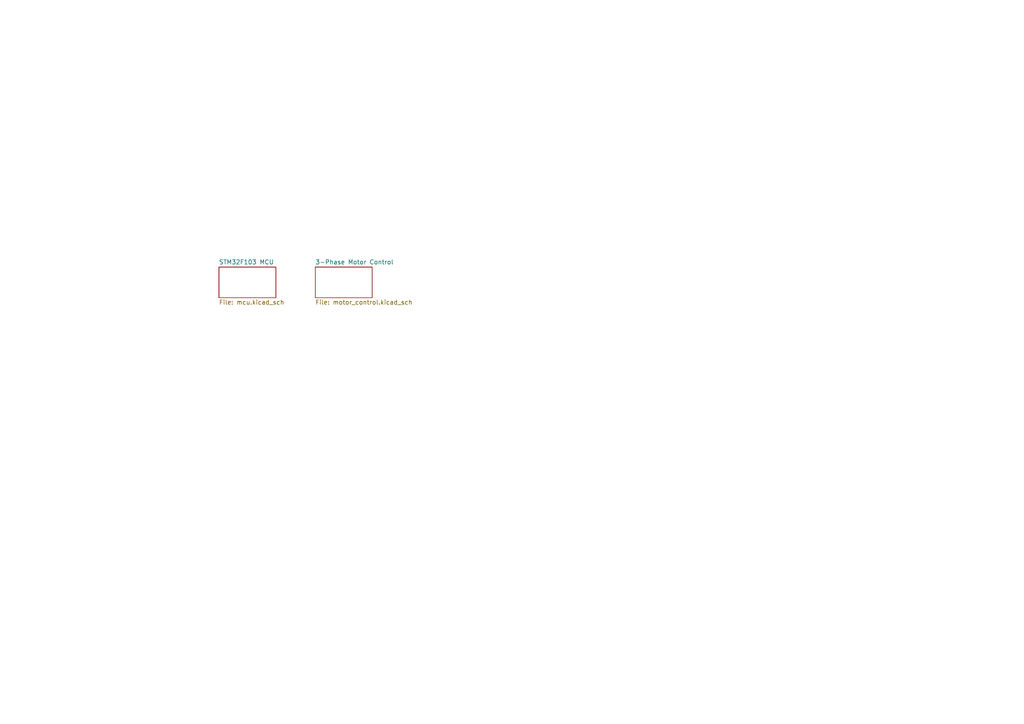
<source format=kicad_sch>
(kicad_sch
	(version 20250114)
	(generator "eeschema")
	(generator_version "9.0")
	(uuid "3d04f143-e184-4751-8ffb-1f540b2fc9ba")
	(paper "A4")
	(lib_symbols)
	(sheet
		(at 91.44 77.47)
		(size 16.51 8.89)
		(exclude_from_sim no)
		(in_bom yes)
		(on_board yes)
		(dnp no)
		(fields_autoplaced yes)
		(stroke
			(width 0.1524)
			(type solid)
		)
		(fill
			(color 0 0 0 0.0000)
		)
		(uuid "13e74c2e-2997-432f-adee-a5c1b394efc6")
		(property "Sheetname" "3-Phase Motor Control"
			(at 91.44 76.7584 0)
			(effects
				(font
					(size 1.27 1.27)
				)
				(justify left bottom)
			)
		)
		(property "Sheetfile" "motor_control.kicad_sch"
			(at 91.44 86.9446 0)
			(effects
				(font
					(size 1.27 1.27)
				)
				(justify left top)
			)
		)
		(instances
			(project "BLDC Motor Driver"
				(path "/3d04f143-e184-4751-8ffb-1f540b2fc9ba"
					(page "3")
				)
			)
		)
	)
	(sheet
		(at 63.5 77.47)
		(size 16.51 8.89)
		(exclude_from_sim no)
		(in_bom yes)
		(on_board yes)
		(dnp no)
		(fields_autoplaced yes)
		(stroke
			(width 0.1524)
			(type solid)
		)
		(fill
			(color 0 0 0 0.0000)
		)
		(uuid "b5e9036a-acf3-4b8b-ae03-ef223fd6a4be")
		(property "Sheetname" "STM32F103 MCU"
			(at 63.5 76.7584 0)
			(effects
				(font
					(size 1.27 1.27)
				)
				(justify left bottom)
			)
		)
		(property "Sheetfile" "mcu.kicad_sch"
			(at 63.5 86.9446 0)
			(effects
				(font
					(size 1.27 1.27)
				)
				(justify left top)
			)
		)
		(instances
			(project "BLDC Motor Driver"
				(path "/3d04f143-e184-4751-8ffb-1f540b2fc9ba"
					(page "1")
				)
			)
		)
	)
	(sheet_instances
		(path "/"
			(page "1")
		)
	)
	(embedded_fonts no)
)

</source>
